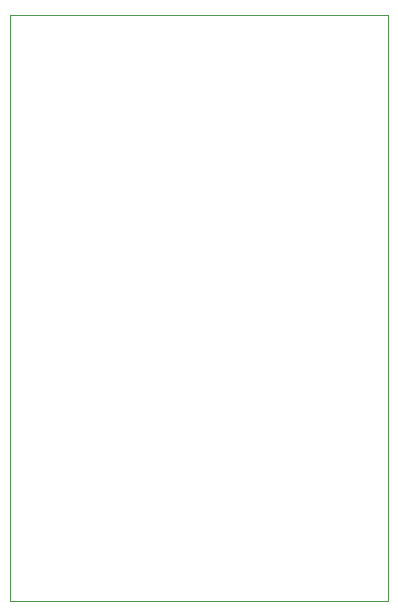
<source format=gm1>
%TF.GenerationSoftware,KiCad,Pcbnew,(5.1.6-0-10_14)*%
%TF.CreationDate,2021-01-07T19:03:10+09:00*%
%TF.ProjectId,qPCR-photosensing,71504352-2d70-4686-9f74-6f73656e7369,rev?*%
%TF.SameCoordinates,Original*%
%TF.FileFunction,Profile,NP*%
%FSLAX46Y46*%
G04 Gerber Fmt 4.6, Leading zero omitted, Abs format (unit mm)*
G04 Created by KiCad (PCBNEW (5.1.6-0-10_14)) date 2021-01-07 19:03:10*
%MOMM*%
%LPD*%
G01*
G04 APERTURE LIST*
%TA.AperFunction,Profile*%
%ADD10C,0.100000*%
%TD*%
G04 APERTURE END LIST*
D10*
X83000000Y-112000000D02*
X83000000Y-62440000D01*
X115000000Y-112000000D02*
X83000000Y-112000000D01*
X115000000Y-62440000D02*
X115000000Y-112000000D01*
X83000000Y-62440000D02*
X115000000Y-62440000D01*
M02*

</source>
